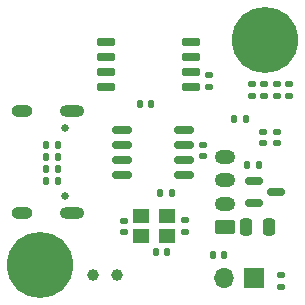
<source format=gbr>
%TF.GenerationSoftware,KiCad,Pcbnew,7.0.7*%
%TF.CreationDate,2024-03-07T17:34:25-08:00*%
%TF.ProjectId,magn_angle_sensor_v2,6d61676e-5f61-46e6-976c-655f73656e73,rev?*%
%TF.SameCoordinates,Original*%
%TF.FileFunction,Soldermask,Bot*%
%TF.FilePolarity,Negative*%
%FSLAX46Y46*%
G04 Gerber Fmt 4.6, Leading zero omitted, Abs format (unit mm)*
G04 Created by KiCad (PCBNEW 7.0.7) date 2024-03-07 17:34:25*
%MOMM*%
%LPD*%
G01*
G04 APERTURE LIST*
G04 Aperture macros list*
%AMRoundRect*
0 Rectangle with rounded corners*
0 $1 Rounding radius*
0 $2 $3 $4 $5 $6 $7 $8 $9 X,Y pos of 4 corners*
0 Add a 4 corners polygon primitive as box body*
4,1,4,$2,$3,$4,$5,$6,$7,$8,$9,$2,$3,0*
0 Add four circle primitives for the rounded corners*
1,1,$1+$1,$2,$3*
1,1,$1+$1,$4,$5*
1,1,$1+$1,$6,$7*
1,1,$1+$1,$8,$9*
0 Add four rect primitives between the rounded corners*
20,1,$1+$1,$2,$3,$4,$5,0*
20,1,$1+$1,$4,$5,$6,$7,0*
20,1,$1+$1,$6,$7,$8,$9,0*
20,1,$1+$1,$8,$9,$2,$3,0*%
G04 Aperture macros list end*
%ADD10RoundRect,0.250000X0.625000X-0.350000X0.625000X0.350000X-0.625000X0.350000X-0.625000X-0.350000X0*%
%ADD11O,1.750000X1.200000*%
%ADD12C,5.600000*%
%ADD13C,0.650000*%
%ADD14O,2.100000X1.000000*%
%ADD15O,1.800000X1.000000*%
%ADD16R,1.700000X1.700000*%
%ADD17O,1.700000X1.700000*%
%ADD18RoundRect,0.140000X0.170000X-0.140000X0.170000X0.140000X-0.170000X0.140000X-0.170000X-0.140000X0*%
%ADD19RoundRect,0.140000X-0.140000X-0.170000X0.140000X-0.170000X0.140000X0.170000X-0.140000X0.170000X0*%
%ADD20RoundRect,0.135000X0.135000X0.185000X-0.135000X0.185000X-0.135000X-0.185000X0.135000X-0.185000X0*%
%ADD21RoundRect,0.135000X-0.135000X-0.185000X0.135000X-0.185000X0.135000X0.185000X-0.135000X0.185000X0*%
%ADD22RoundRect,0.250000X0.250000X0.475000X-0.250000X0.475000X-0.250000X-0.475000X0.250000X-0.475000X0*%
%ADD23RoundRect,0.135000X0.185000X-0.135000X0.185000X0.135000X-0.185000X0.135000X-0.185000X-0.135000X0*%
%ADD24RoundRect,0.140000X-0.170000X0.140000X-0.170000X-0.140000X0.170000X-0.140000X0.170000X0.140000X0*%
%ADD25RoundRect,0.150000X-0.650000X-0.150000X0.650000X-0.150000X0.650000X0.150000X-0.650000X0.150000X0*%
%ADD26RoundRect,0.150000X0.675000X0.150000X-0.675000X0.150000X-0.675000X-0.150000X0.675000X-0.150000X0*%
%ADD27C,1.000000*%
%ADD28RoundRect,0.140000X0.140000X0.170000X-0.140000X0.170000X-0.140000X-0.170000X0.140000X-0.170000X0*%
%ADD29R,1.400000X1.200000*%
%ADD30RoundRect,0.150000X-0.587500X-0.150000X0.587500X-0.150000X0.587500X0.150000X-0.587500X0.150000X0*%
G04 APERTURE END LIST*
D10*
%TO.C,J3*%
X38600000Y-38850000D03*
D11*
X38600000Y-36850000D03*
X38600000Y-34850000D03*
X38600000Y-32850000D03*
%TD*%
D12*
%TO.C,H2*%
X42000000Y-23000000D03*
%TD*%
D13*
%TO.C,J2*%
X25130000Y-30440000D03*
X25130000Y-36220000D03*
D14*
X25650000Y-29010000D03*
D15*
X21450000Y-29010000D03*
D14*
X25650000Y-37650000D03*
D15*
X21450000Y-37650000D03*
%TD*%
D12*
%TO.C,H1*%
X23000000Y-42000000D03*
%TD*%
D16*
%TO.C,J1*%
X41100000Y-43100000D03*
D17*
X38560000Y-43100000D03*
%TD*%
D18*
%TO.C,C20*%
X30050000Y-39230000D03*
X30050000Y-38270000D03*
%TD*%
D19*
%TO.C,C21*%
X32770000Y-40950000D03*
X33730000Y-40950000D03*
%TD*%
%TO.C,C2*%
X31420000Y-28400000D03*
X32380000Y-28400000D03*
%TD*%
D20*
%TO.C,R10*%
X24510000Y-34900000D03*
X23490000Y-34900000D03*
%TD*%
D21*
%TO.C,R5*%
X23490000Y-32900000D03*
X24510000Y-32900000D03*
%TD*%
D19*
%TO.C,C24*%
X40520000Y-33600000D03*
X41480000Y-33600000D03*
%TD*%
D22*
%TO.C,C10*%
X42350000Y-38850000D03*
X40450000Y-38850000D03*
%TD*%
D23*
%TO.C,R7*%
X35250000Y-39260000D03*
X35250000Y-38240000D03*
%TD*%
D24*
%TO.C,C3*%
X44050000Y-26720000D03*
X44050000Y-27680000D03*
%TD*%
D23*
%TO.C,R9*%
X43400000Y-43860000D03*
X43400000Y-42840000D03*
%TD*%
D25*
%TO.C,U3*%
X28550000Y-26955000D03*
X28550000Y-25685000D03*
X28550000Y-24415000D03*
X28550000Y-23145000D03*
X35750000Y-23145000D03*
X35750000Y-24415000D03*
X35750000Y-25685000D03*
X35750000Y-26955000D03*
%TD*%
D26*
%TO.C,U4*%
X35125000Y-30595000D03*
X35125000Y-31865000D03*
X35125000Y-33135000D03*
X35125000Y-34405000D03*
X29875000Y-34405000D03*
X29875000Y-33135000D03*
X29875000Y-31865000D03*
X29875000Y-30595000D03*
%TD*%
D27*
%TO.C,TP4*%
X29450000Y-42850000D03*
%TD*%
D19*
%TO.C,C23*%
X37620000Y-41200000D03*
X38580000Y-41200000D03*
%TD*%
D24*
%TO.C,C4*%
X41950000Y-26720000D03*
X41950000Y-27680000D03*
%TD*%
D28*
%TO.C,C1*%
X34130000Y-35950000D03*
X33170000Y-35950000D03*
%TD*%
D20*
%TO.C,R11*%
X24510000Y-31900000D03*
X23490000Y-31900000D03*
%TD*%
D27*
%TO.C,TP3*%
X27450000Y-42850000D03*
%TD*%
D29*
%TO.C,Y1*%
X33750000Y-39600000D03*
X31550000Y-39600000D03*
X31550000Y-37900000D03*
X33750000Y-37900000D03*
%TD*%
D18*
%TO.C,C14*%
X37300000Y-26930000D03*
X37300000Y-25970000D03*
%TD*%
D30*
%TO.C,CR1*%
X41062500Y-36800000D03*
X41062500Y-34900000D03*
X42937500Y-35850000D03*
%TD*%
D24*
%TO.C,C5*%
X43000000Y-26720000D03*
X43000000Y-27680000D03*
%TD*%
D19*
%TO.C,C13*%
X39420000Y-29650000D03*
X40380000Y-29650000D03*
%TD*%
D24*
%TO.C,C12*%
X41850000Y-30770000D03*
X41850000Y-31730000D03*
%TD*%
%TO.C,C11*%
X43050000Y-30770000D03*
X43050000Y-31730000D03*
%TD*%
%TO.C,C6*%
X40900000Y-27680000D03*
X40900000Y-26720000D03*
%TD*%
D20*
%TO.C,R4*%
X24510000Y-33900000D03*
X23490000Y-33900000D03*
%TD*%
D24*
%TO.C,C17*%
X36750000Y-31870000D03*
X36750000Y-32830000D03*
%TD*%
M02*

</source>
